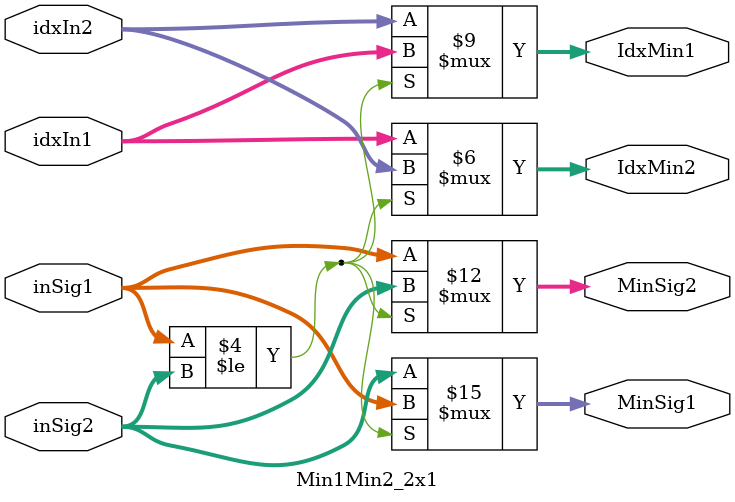
<source format=sv>
module Find_Min1Min2_16x2#(
    parameter WIDTH_LLR            = 8,
    parameter NUM_CHKN_LLRS_INOUT  = 16,   // number of input LLRs to Find_Min1Min2
    // ======== Calculated parameters ======== //
    parameter WIDTH_CHKN_IDX  = $clog2(NUM_CHKN_LLRS_INOUT)
  )(
    input  logic                                  clk,
    input  logic [(NUM_CHKN_LLRS_INOUT*WIDTH_LLR)-1:0] inSig,
    input  logic                                  validIn,
    output logic [NUM_CHKN_LLRS_INOUT-1 : 0]           outSigSgn,
    output logic [WIDTH_LLR-1:0]                  MinSig1,
    output logic [WIDTH_LLR-1:0]                  MinSig2,
    output logic [WIDTH_CHKN_IDX-1:0]             IdxMinSig1,
    output logic                                  ValidOut
  );

  logic signed [WIDTH_LLR-1:0] in_sig [0 : (NUM_CHKN_LLRS_INOUT-1)];
  genvar idx;
  for (idx = 0; idx<NUM_CHKN_LLRS_INOUT; idx = idx+1) begin
    assign in_sig[idx] = inSig[((NUM_CHKN_LLRS_INOUT-idx)*WIDTH_LLR)-1 : (NUM_CHKN_LLRS_INOUT-idx-1)*WIDTH_LLR];
  end

  // ******************************************************************
  // ***************** sign and abs value calculation *****************
  // ******************************************************************
  logic [NUM_CHKN_LLRS_INOUT-1 : 0] in_sig_sgn;
  logic [WIDTH_LLR-1:0]  in_sig_abs [0:NUM_CHKN_LLRS_INOUT-1];

  integer idx1;
  always@* begin
    for (idx1 = 0; idx1<NUM_CHKN_LLRS_INOUT; idx1 = idx1+1)begin
      if (in_sig[idx1]<0)begin
        in_sig_sgn[idx1] = 1'b1;
        in_sig_abs[idx1] = -in_sig[idx1];
      end else begin
        in_sig_sgn[idx1] = 1'b0;
        in_sig_abs[idx1] = in_sig[idx1];
      end
    end
  end
  logic  sgn_all;
  assign sgn_all  = ^in_sig_sgn;

  integer idx2;
  logic   [NUM_CHKN_LLRS_INOUT-1 : 0] L_out_sgn;
  always_comb begin
    for (idx2 = 0; idx2<NUM_CHKN_LLRS_INOUT; idx2 = idx2+1)begin
      outSigSgn[idx2] = in_sig_sgn[idx2] ^ sgn_all;  //assign output port
    end
  end

  // ***************** Find min1/min2 *****************
  // **************************************************
  // **************************************************
  //  layer 0
  logic [WIDTH_LLR-1:0] min1_layer0 [0:4];
  logic [WIDTH_LLR-1:0] min2_layer0 [0:4];
  logic [WIDTH_CHKN_IDX-1:0]         idx_min1_layer0 [0:3];
  logic [WIDTH_CHKN_IDX-1:0]         idx_min2_layer0 [0:3];
  Min1Min2_4x2 #(.WIDTH_LLR(WIDTH_LLR)) UUT00_Min1Min2 (
                 .inSig1     ( in_sig_abs[0]),
                 .idxIn1     ( 4'd0              ),
                 .inSig2     ( in_sig_abs[1]),
                 .idxIn2     ( 4'd1              ),
                 .inSig3     ( in_sig_abs[2]),
                 .idxIn3     ( 4'd2              ),
                 .inSig4     ( in_sig_abs[3]),
                 .idxIn4     ( 4'd3              ),
                 .MinSig1    ( min1_layer0[0]    ),
                 .IdxMinSig1 ( idx_min1_layer0[0]),
                 .MinSig2    ( min2_layer0[0]    ),
                 .IdxMinSig2 ( idx_min2_layer0[0])
               );

  Min1Min2_4x2 #(.WIDTH_LLR(WIDTH_LLR)) UUT01_Min1Min2 (
                 .inSig1     ( in_sig_abs[4]),
                 .idxIn1     ( 4'd4              ),
                 .inSig2     ( in_sig_abs[5]),
                 .idxIn2     ( 4'd5              ),
                 .inSig3     ( in_sig_abs[6]),
                 .idxIn3     ( 4'd6              ),
                 .inSig4     ( in_sig_abs[7]),
                 .idxIn4     ( 4'd7              ),
                 .MinSig1    ( min1_layer0[1]    ),
                 .IdxMinSig1 ( idx_min1_layer0[1]),
                 .MinSig2    ( min2_layer0[1]    ),
                 .IdxMinSig2 ( idx_min2_layer0[1])
               );

  Min1Min2_4x2 #(.WIDTH_LLR(WIDTH_LLR)) UUT02_Min1Min2 (
                 .inSig1     ( in_sig_abs[8]),
                 .idxIn1     ( 4'd8              ),
                 .inSig2     ( in_sig_abs[9]),
                 .idxIn2     ( 4'd9              ),
                 .inSig3     ( in_sig_abs[10]),
                 .idxIn3     ( 4'd10             ),
                 .inSig4     ( in_sig_abs[11]),
                 .idxIn4     ( 4'd11             ),
                 .MinSig1    ( min1_layer0[2]    ),
                 .IdxMinSig1 ( idx_min1_layer0[2]),
                 .MinSig2    ( min2_layer0[2]    ),
                 .IdxMinSig2 ( idx_min2_layer0[2])
               );

  Min1Min2_4x2 #(.WIDTH_LLR(WIDTH_LLR)) UUT03_Min1Min2 (
                 .inSig1     ( in_sig_abs[12]),
                 .idxIn1     ( 4'd12             ),
                 .inSig2     ( in_sig_abs[13]),
                 .idxIn2     ( 4'd13             ),
                 .inSig3     ( in_sig_abs[14]),
                 .idxIn3     ( 4'd14             ),
                 .inSig4     ( in_sig_abs[15]),
                 .idxIn4     ( 4'd15             ),
                 .MinSig1    ( min1_layer0[3]    ),
                 .IdxMinSig1 ( idx_min1_layer0[3]),
                 .MinSig2    ( min2_layer0[3]    ),
                 .IdxMinSig2 ( idx_min2_layer0[3])
               );

  //  layer 1
  logic [WIDTH_LLR-1:0] min1_layer1 [0:1];
  logic [WIDTH_LLR-1:0] min2_layer1 [0:1];
  logic [WIDTH_CHKN_IDX-1:0]         idx_min1_layer1 [0:1];
  logic [WIDTH_CHKN_IDX-1:0]         idx_min2_layer1 [0:1];
  Min1Min2_4x2 #(.WIDTH_LLR(WIDTH_LLR)) UUT10_Min1Min2  (
                 .inSig1     ( min1_layer0[0]     ),
                 .idxIn1     ( idx_min1_layer0[0] ),
                 .inSig2     ( min1_layer0[1]     ),
                 .idxIn2     ( idx_min1_layer0[1] ),
                 .inSig3     ( min1_layer0[2]     ),
                 .idxIn3     ( idx_min1_layer0[2] ),
                 .inSig4     ( min1_layer0[3]     ),
                 .idxIn4     ( idx_min1_layer0[3] ),
                 .MinSig1    ( min1_layer1[0]     ),
                 .IdxMinSig1 ( idx_min1_layer1[0] ),
                 .MinSig2    ( min2_layer1[0]     ),
                 .IdxMinSig2 ( idx_min2_layer1[0] )
               );

  Min1Min2_4x2 #(.WIDTH_LLR(WIDTH_LLR)) UUT11_Min1Min2  (
                 .inSig1     ( min2_layer0[0]     ),
                 .idxIn1     ( idx_min2_layer0[0] ),
                 .inSig2     ( min2_layer0[1]     ),
                 .idxIn2     ( idx_min2_layer0[1] ),
                 .inSig3     ( min2_layer0[2]     ),
                 .idxIn3     ( idx_min2_layer0[2] ),
                 .inSig4     ( min2_layer0[3]     ),
                 .idxIn4     ( idx_min2_layer0[3]     ),
                 .MinSig1    ( min1_layer1[1]     ),
                 .IdxMinSig1 ( idx_min1_layer1[1] ),
                 .MinSig2    ( min2_layer1[1]     ),
                 .IdxMinSig2 ( idx_min2_layer1[1] )
               );


  // layer 2/final
  logic [WIDTH_LLR-1:0]              min_sig1, min_sig2;
  logic [WIDTH_CHKN_IDX-1:0]       idx_min_sig1;
  Min1Min2_4x2 #(.WIDTH_LLR(WIDTH_LLR)) UUT20_Min1Min2  (
                 .inSig1     ( min1_layer1[0]     ),
                 .idxIn1     ( idx_min1_layer1[0] ),
                 .inSig2     ( min2_layer1[0]     ),
                 .idxIn2     ( idx_min2_layer1[0] ),
                 .inSig3     ( min1_layer1[1]     ),
                 .idxIn3     ( idx_min1_layer1[1] ),
                 .inSig4     ( min2_layer1[1]     ),
                 .idxIn4     ( idx_min2_layer1[1] ),
                 .MinSig1    ( min_sig1          ),
                 .IdxMinSig1 (idx_min_sig1),
                 .MinSig2    ( min_sig2          ),
                 .IdxMinSig2 ()
               );

  assign MinSig1    = min_sig1;
  assign MinSig2    = min_sig2;
  assign IdxMinSig1 = idx_min_sig1;

  logic[2:0] cnt;
  logic      cnt_flg;
  always@(posedge clk) begin
    ValidOut <= validIn;
  end
endmodule


module Min1Min2_4x2#(
    parameter WIDTH_LLR    = 8,
    parameter WIDTH_IDX  = 4
  )(
    input  logic [WIDTH_LLR-1 : 0] inSig1,
    input  logic [WIDTH_IDX-1 : 0] idxIn1,
    input  logic [WIDTH_LLR-1 : 0] inSig2,
    input  logic [WIDTH_IDX-1 : 0] idxIn2,
    input  logic [WIDTH_LLR-1 : 0] inSig3,
    input  logic [WIDTH_IDX-1 : 0] idxIn3,
    input  logic [WIDTH_LLR-1 : 0] inSig4,
    input  logic [WIDTH_IDX-1 : 0] idxIn4,
    // ouput
    output logic [WIDTH_LLR-1 : 0] MinSig1,
    output logic [WIDTH_IDX-1 : 0] IdxMinSig1,
    output logic [WIDTH_LLR-1 : 0] MinSig2,
    output logic [WIDTH_IDX-1 : 0] IdxMinSig2
  );

  logic [WIDTH_LLR-1:0] min1_layer11, min2_layer11, min1_layer12, min2_layer12;
  logic [WIDTH_IDX-1:0] idx_min1_layer11, idx_min2_layer11, idx_min1_layer12, idx_min2_layer12;

  //layer 1
  Min1Min2_2x1 #(
                 .WIDTH_LLR(WIDTH_LLR),
                 .WIDTH_IDX(WIDTH_IDX)
               )UUT12(
                 .inSig1(inSig1),
                 .idxIn1(idxIn1),
                 .inSig2(inSig2),
                 .idxIn2(idxIn2),
                 // ouput
                 .MinSig1(min1_layer11),
                 .IdxMin1(idx_min1_layer11),
                 .MinSig2(min2_layer11),
                 .IdxMin2(idx_min2_layer11)
               );

  Min1Min2_2x1 #(
                 .WIDTH_LLR(WIDTH_LLR),
                 .WIDTH_IDX(WIDTH_IDX)
               )UUT34(
                 .inSig1(inSig3),
                 .idxIn1(idxIn3),
                 .inSig2(inSig4),
                 .idxIn2(idxIn4),
                 // ouput
                 .MinSig1(min1_layer12),
                 .IdxMin1(idx_min1_layer12),
                 .MinSig2(min2_layer12),
                 .IdxMin2(idx_min2_layer12)
               );

  always @* begin
    if (min1_layer11 <= min1_layer12)begin
      MinSig1    = min1_layer11;
      IdxMinSig1 = idx_min1_layer11;
      if (min1_layer12 < min2_layer11 )begin
        MinSig2    = min1_layer12;
        IdxMinSig2 = idx_min1_layer12;
      end else begin
        MinSig2    = min2_layer11;
        IdxMinSig2 = idx_min2_layer11;
      end
    end else begin //(min1_layer12 < min1_layer11)
      MinSig1    = min1_layer12;
      IdxMinSig1 = idx_min1_layer12;
      if (min1_layer11 <= min2_layer12 )begin
        MinSig2    = min1_layer11;
        IdxMinSig2 = idx_min1_layer11;
      end else begin
        MinSig2    = min2_layer12;
        IdxMinSig2 = idx_min2_layer12;
      end
    end
  end

endmodule

module Min1Min2_2x1#(
    parameter WIDTH_LLR  = 8,
    parameter WIDTH_IDX  = 4
  )(
    input  logic [WIDTH_LLR-1 : 0] inSig1,
    input  logic [WIDTH_IDX-1 : 0] idxIn1,
    input  logic [WIDTH_LLR-1 : 0] inSig2,
    input  logic [WIDTH_IDX-1 : 0] idxIn2,
    // ouput
    output logic [WIDTH_LLR-1 : 0] MinSig1,
    output logic [WIDTH_IDX-1 : 0] IdxMin1,
    output logic [WIDTH_LLR-1 : 0] MinSig2,
    output logic [WIDTH_IDX-1 : 0] IdxMin2
  );

  always @* begin
    if (inSig1 <= inSig2) begin
      MinSig1       = inSig1;
      MinSig2       = inSig2;
      IdxMin1       = idxIn1;
      IdxMin2       = idxIn2;
    end else begin
      MinSig1       = inSig2;
      MinSig2       = inSig1;
      IdxMin1       = idxIn2;
      IdxMin2       = idxIn1;
    end
  end

endmodule

</source>
